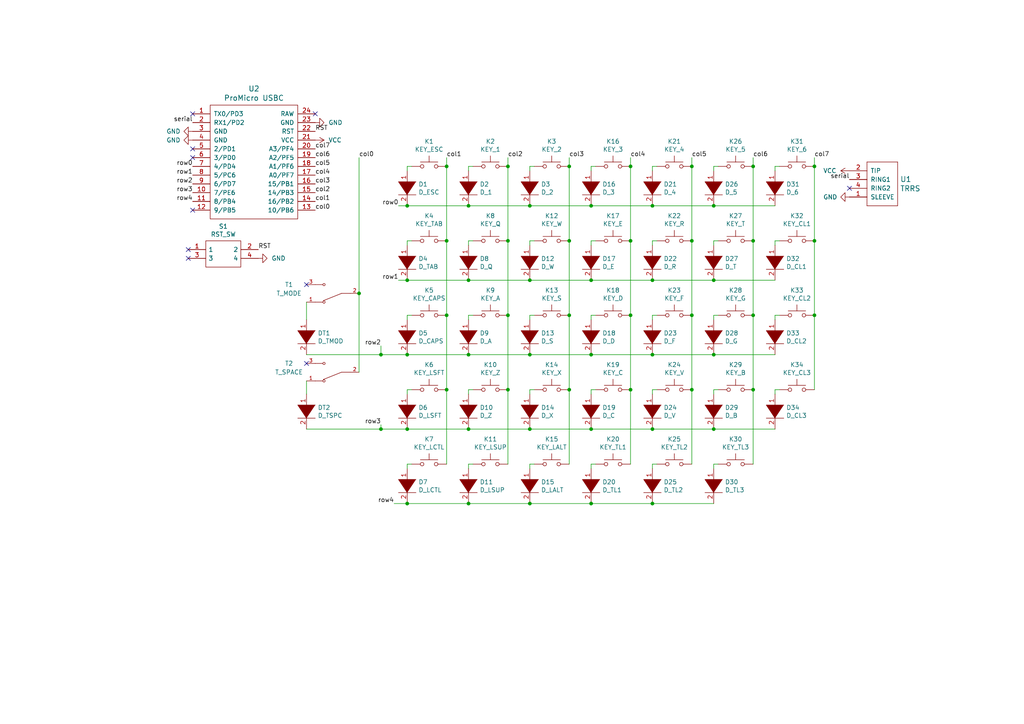
<source format=kicad_sch>
(kicad_sch (version 20211123) (generator eeschema)
  (paper "A4")
  (lib_symbols
    (symbol "Switch:SW_Push" (pin_numbers hide) (pin_names (offset 1.016) hide)
      (property "Reference" "SW" (at 1.27 2.54 0))
      (property "Value" "SW_Push" (at 0 -1.524 0))
      (symbol "SW_Push_0_1"
        (circle (center -2.032 0) (radius 0.508))
        (polyline (pts (xy 0 1.27) (xy 0 3.048)))
        (polyline (pts (xy 2.54 1.27) (xy -2.54 1.27)))
        (circle (center 2.032 0) (radius 0.508))
        (pin passive line (at -5.08 0 0) (length 2.54) (name "1") (number "1"))
        (pin passive line (at 5.08 0 180) (length 2.54) (name "2") (number "2"))
      )
    )
    (symbol "keebio:ProMicro_usbc_alibaba" (pin_names (offset 1.016))
      (property "Reference" "U" (at 0 0 0))
      (property "Value" "ProMicro_usbc_alibaba" (at 0 -19.05 0))
      (symbol "ProMicro_usbc_alibaba_0_1"
        (rectangle (start -12.7 -16.51) (end 12.7 16.51))
      )
      (symbol "ProMicro_usbc_alibaba_1_1"
        (pin input line (at -17.78 13.97 0) (length 5.08) (name "TX0/PD3") (number "1"))
        (pin input line (at -17.78 -8.89 0) (length 5.08) (name "7/PE6") (number "10"))
        (pin input line (at -17.78 -11.43 0) (length 5.08) (name "8/PB4") (number "11"))
        (pin input line (at -17.78 -13.97 0) (length 5.08) (name "9/PB5") (number "12"))
        (pin input line (at 17.78 -13.97 180) (length 5.08) (name "10/PB6") (number "13"))
        (pin input line (at 17.78 -11.43 180) (length 5.08) (name "16/PB2") (number "14"))
        (pin input line (at 17.78 -8.89 180) (length 5.08) (name "14/PB3") (number "15"))
        (pin input line (at 17.78 -6.35 180) (length 5.08) (name "15/PB1") (number "16"))
        (pin input line (at 17.78 -3.81 180) (length 5.08) (name "A0/PF7") (number "17"))
        (pin input line (at 17.78 -1.27 180) (length 5.08) (name "A1/PF6") (number "18"))
        (pin input line (at 17.78 1.27 180) (length 5.08) (name "A2/PF5") (number "19"))
        (pin input line (at -17.78 11.43 0) (length 5.08) (name "RX1/PD2") (number "2"))
        (pin input line (at 17.78 3.81 180) (length 5.08) (name "A3/PF4") (number "20"))
        (pin input line (at 17.78 6.35 180) (length 5.08) (name "VCC") (number "21"))
        (pin input line (at 17.78 8.89 180) (length 5.08) (name "RST") (number "22"))
        (pin input line (at 17.78 11.43 180) (length 5.08) (name "GND") (number "23"))
        (pin input line (at 17.78 13.97 180) (length 5.08) (name "RAW") (number "24"))
        (pin input line (at -17.78 8.89 0) (length 5.08) (name "GND") (number "3"))
        (pin input line (at -17.78 6.35 0) (length 5.08) (name "GND") (number "4"))
        (pin input line (at -17.78 3.81 0) (length 5.08) (name "2/PD1") (number "5"))
        (pin input line (at -17.78 1.27 0) (length 5.08) (name "3/PD0") (number "6"))
        (pin input line (at -17.78 -1.27 0) (length 5.08) (name "4/PD4") (number "7"))
        (pin input line (at -17.78 -3.81 0) (length 5.08) (name "5/PC6") (number "8"))
        (pin input line (at -17.78 -6.35 0) (length 5.08) (name "6/PD7") (number "9"))
      )
    )
    (symbol "keebio:TRRS" (pin_names (offset 1.016))
      (property "Reference" "U" (at 0 15.24 0))
      (property "Value" "TRRS" (at 0 -2.54 0))
      (symbol "TRRS_0_1"
        (rectangle (start -3.81 0) (end -3.81 12.7))
        (rectangle (start -3.81 12.7) (end 5.08 12.7))
        (rectangle (start 5.08 0) (end -3.81 0))
        (rectangle (start 5.08 12.7) (end 5.08 0))
      )
      (symbol "TRRS_1_1"
        (pin input line (at -8.89 2.54 0) (length 5.08) (name "SLEEVE") (number "1"))
        (pin input line (at -8.89 10.16 0) (length 5.08) (name "TIP") (number "2"))
        (pin input line (at -8.89 7.62 0) (length 5.08) (name "RING1") (number "3"))
        (pin input line (at -8.89 5.08 0) (length 5.08) (name "RING2") (number "4"))
      )
    )
    (symbol "mouser:LL3301NF065QG" (pin_names (offset 0.762))
      (property "Reference" "S" (at 16.51 7.62 0))
      (property "Value" "LL3301NF065QG" (at 16.51 5.08 0))
      (symbol "LL3301NF065QG_0_0"
        (pin unspecified line (at 0 0 0) (length 5.08) (name "1") (number "1"))
        (pin unspecified line (at 20.32 0 180) (length 5.08) (name "2") (number "2"))
        (pin unspecified line (at 0 -2.54 0) (length 5.08) (name "3") (number "3"))
        (pin unspecified line (at 20.32 -2.54 180) (length 5.08) (name "4") (number "4"))
      )
      (symbol "LL3301NF065QG_0_1"
        (polyline (pts (xy 5.08 2.54) (xy 15.24 2.54) (xy 15.24 -5.08) (xy 5.08 -5.08) (xy 5.08 2.54)) (stroke (width 0.1524)))
      )
    )
    (symbol "power:GND" (power) (pin_names (offset 0))
      (property "Value" "GND" (at 0 -3.81 0))
      (symbol "GND_0_1"
        (polyline (pts (xy 0 0) (xy 0 -1.27) (xy 1.27 -1.27) (xy 0 -2.54) (xy -1.27 -1.27) (xy 0 -1.27)))
      )
      (symbol "GND_1_1"
        (pin power_in line (at 0 0 270) (length 0) hide (name "GND") (number "1"))
      )
    )
    (symbol "power:VCC" (power) (pin_names (offset 0))
      (property "Value" "VCC" (at 0 3.81 0))
      (symbol "VCC_0_1"
        (polyline (pts (xy -0.762 1.27) (xy 0 2.54)))
        (polyline (pts (xy 0 0) (xy 0 2.54)))
        (polyline (pts (xy 0 2.54) (xy 0.762 1.27)))
      )
      (symbol "VCC_1_1"
        (pin power_in line (at 0 0 90) (length 0) hide (name "VCC") (number "1"))
      )
    )
    (symbol "pspice:DIODE" (pin_names (offset 1.016) hide)
      (property "Reference" "D" (at 0 3.81 0))
      (property "Value" "DIODE" (at 0 -4.445 0))
      (symbol "DIODE_0_1"
        (polyline (pts (xy 1.905 2.54) (xy 1.905 -2.54)))
        (polyline (pts (xy -1.905 2.54) (xy -1.905 -2.54) (xy 1.905 0)) (fill (type outline)))
      )
      (symbol "DIODE_1_1"
        (pin input line (at -5.08 0 0) (length 3.81) (name "K") (number "1"))
        (pin input line (at 5.08 0 180) (length 3.81) (name "A") (number "2"))
      )
    )
    (symbol "toggle:100SP1T2B4M6QE" (pin_names (offset 1.016))
      (property "Reference" "S" (at -5.08 6.35 0))
      (property "Value" "100SP1T2B4M6QE" (at -5.08 -6.096 0))
      (symbol "100SP1T2B4M6QE_0_0"
        (polyline (pts (xy -2.54 0) (xy -5.08 0)) (stroke (width 0.1524)))
        (polyline (pts (xy -2.54 0) (xy 2.794 2.1336)) (stroke (width 0.1524)))
        (polyline (pts (xy 5.08 -2.54) (xy 2.921 -2.54)) (stroke (width 0.1524)))
        (polyline (pts (xy 5.08 2.54) (xy 2.921 2.54)) (stroke (width 0.1524)))
        (circle (center 2.54 -2.54) (radius 0.3302) (stroke (width 0.1524)))
        (circle (center 2.54 2.54) (radius 0.3302) (stroke (width 0.1524)))
        (pin passive line (at 7.62 2.54 180) (length 2.54) (name "~") (number "1"))
        (pin passive line (at -7.62 0 0) (length 2.54) (name "~") (number "2"))
        (pin passive line (at 7.62 -2.54 180) (length 2.54) (name "~") (number "3"))
      )
    )
  )
  (junction (at 182.88 48.26))
  (junction (at 207.01 124.46))
  (junction (at 189.23 81.28))
  (junction (at 129.54 69.85))
  (junction (at 147.32 48.26))
  (junction (at 182.88 113.03))
  (junction (at 200.66 113.03))
  (junction (at 218.44 69.85))
  (junction (at 236.22 91.44))
  (junction (at 118.11 102.87))
  (junction (at 236.22 69.85))
  (junction (at 153.67 146.05))
  (junction (at 171.45 59.69))
  (junction (at 129.54 113.03))
  (junction (at 200.66 69.85))
  (junction (at 207.01 81.28))
  (junction (at 171.45 124.46))
  (junction (at 147.32 91.44))
  (junction (at 153.67 81.28))
  (junction (at 182.88 69.85))
  (junction (at 165.1 91.44))
  (junction (at 200.66 48.26))
  (junction (at 135.89 146.05))
  (junction (at 135.89 124.46))
  (junction (at 110.49 102.87))
  (junction (at 135.89 81.28))
  (junction (at 189.23 146.05))
  (junction (at 147.32 69.85))
  (junction (at 207.01 102.87))
  (junction (at 153.67 124.46))
  (junction (at 147.32 113.03))
  (junction (at 165.1 48.26))
  (junction (at 118.11 124.46))
  (junction (at 165.1 69.85))
  (junction (at 189.23 59.69))
  (junction (at 118.11 59.69))
  (junction (at 104.14 85.09))
  (junction (at 189.23 124.46))
  (junction (at 135.89 59.69))
  (junction (at 171.45 146.05))
  (junction (at 200.66 91.44))
  (junction (at 182.88 91.44))
  (junction (at 218.44 48.26))
  (junction (at 129.54 48.26))
  (junction (at 129.54 91.44))
  (junction (at 135.89 102.87))
  (junction (at 153.67 102.87))
  (junction (at 218.44 91.44))
  (junction (at 171.45 81.28))
  (junction (at 110.49 124.46))
  (junction (at 153.67 59.69))
  (junction (at 236.22 48.26))
  (junction (at 118.11 146.05))
  (junction (at 189.23 102.87))
  (junction (at 165.1 113.03))
  (junction (at 207.01 59.69))
  (junction (at 118.11 81.28))
  (junction (at 218.44 113.03))
  (junction (at 171.45 102.87))
  (no_connect (at 55.88 60.96))
  (no_connect (at 55.88 45.72))
  (no_connect (at 55.88 43.18))
  (no_connect (at 54.61 72.39))
  (no_connect (at 246.38 54.61))
  (no_connect (at 88.9 82.55))
  (no_connect (at 54.61 74.93))
  (no_connect (at 91.44 33.02))
  (no_connect (at 55.88 33.02))
  (no_connect (at 88.9 105.41))
  (wire (pts (xy 207.01 69.85) (xy 207.01 71.12)))
  (wire (pts (xy 208.28 91.44) (xy 207.01 91.44)))
  (wire (pts (xy 118.11 59.69) (xy 115.57 59.69)))
  (wire (pts (xy 154.94 91.44) (xy 153.67 91.44)))
  (wire (pts (xy 182.88 113.03) (xy 182.88 134.62)))
  (wire (pts (xy 110.49 102.87) (xy 118.11 102.87)))
  (wire (pts (xy 182.88 91.44) (xy 182.88 113.03)))
  (wire (pts (xy 153.67 91.44) (xy 153.67 92.71)))
  (wire (pts (xy 129.54 69.85) (xy 129.54 91.44)))
  (wire (pts (xy 137.16 134.62) (xy 135.89 134.62)))
  (wire (pts (xy 88.9 124.46) (xy 110.49 124.46)))
  (wire (pts (xy 137.16 91.44) (xy 135.89 91.44)))
  (wire (pts (xy 129.54 113.03) (xy 129.54 134.62)))
  (wire (pts (xy 147.32 48.26) (xy 147.32 45.72)))
  (wire (pts (xy 118.11 81.28) (xy 115.57 81.28)))
  (wire (pts (xy 236.22 48.26) (xy 236.22 45.72)))
  (wire (pts (xy 226.06 91.44) (xy 224.79 91.44)))
  (wire (pts (xy 135.89 113.03) (xy 135.89 114.3)))
  (wire (pts (xy 189.23 91.44) (xy 189.23 92.71)))
  (wire (pts (xy 208.28 113.03) (xy 207.01 113.03)))
  (wire (pts (xy 154.94 69.85) (xy 153.67 69.85)))
  (wire (pts (xy 171.45 81.28) (xy 189.23 81.28)))
  (wire (pts (xy 153.67 146.05) (xy 171.45 146.05)))
  (wire (pts (xy 135.89 134.62) (xy 135.89 135.89)))
  (wire (pts (xy 200.66 48.26) (xy 200.66 69.85)))
  (wire (pts (xy 171.45 69.85) (xy 171.45 71.12)))
  (wire (pts (xy 200.66 69.85) (xy 200.66 91.44)))
  (wire (pts (xy 218.44 91.44) (xy 218.44 113.03)))
  (wire (pts (xy 137.16 48.26) (xy 135.89 48.26)))
  (wire (pts (xy 110.49 124.46) (xy 118.11 124.46)))
  (wire (pts (xy 182.88 48.26) (xy 182.88 45.72)))
  (wire (pts (xy 189.23 69.85) (xy 189.23 71.12)))
  (wire (pts (xy 135.89 91.44) (xy 135.89 92.71)))
  (wire (pts (xy 137.16 113.03) (xy 135.89 113.03)))
  (wire (pts (xy 207.01 146.05) (xy 189.23 146.05)))
  (wire (pts (xy 153.67 59.69) (xy 135.89 59.69)))
  (wire (pts (xy 118.11 134.62) (xy 118.11 135.89)))
  (wire (pts (xy 189.23 113.03) (xy 189.23 114.3)))
  (wire (pts (xy 207.01 91.44) (xy 207.01 92.71)))
  (wire (pts (xy 114.3 146.05) (xy 118.11 146.05)))
  (wire (pts (xy 200.66 113.03) (xy 200.66 134.62)))
  (wire (pts (xy 153.67 102.87) (xy 135.89 102.87)))
  (wire (pts (xy 207.01 102.87) (xy 189.23 102.87)))
  (wire (pts (xy 172.72 69.85) (xy 171.45 69.85)))
  (wire (pts (xy 110.49 123.19) (xy 110.49 124.46)))
  (wire (pts (xy 207.01 81.28) (xy 189.23 81.28)))
  (wire (pts (xy 224.79 91.44) (xy 224.79 92.71)))
  (wire (pts (xy 135.89 48.26) (xy 135.89 49.53)))
  (wire (pts (xy 218.44 113.03) (xy 218.44 134.62)))
  (wire (pts (xy 153.67 134.62) (xy 153.67 135.89)))
  (wire (pts (xy 165.1 48.26) (xy 165.1 45.72)))
  (wire (pts (xy 153.67 81.28) (xy 135.89 81.28)))
  (wire (pts (xy 129.54 48.26) (xy 129.54 45.72)))
  (wire (pts (xy 236.22 91.44) (xy 236.22 113.03)))
  (wire (pts (xy 226.06 113.03) (xy 224.79 113.03)))
  (wire (pts (xy 207.01 113.03) (xy 207.01 114.3)))
  (wire (pts (xy 190.5 134.62) (xy 189.23 134.62)))
  (wire (pts (xy 154.94 134.62) (xy 153.67 134.62)))
  (wire (pts (xy 110.49 100.33) (xy 110.49 102.87)))
  (wire (pts (xy 135.89 69.85) (xy 135.89 71.12)))
  (wire (pts (xy 207.01 124.46) (xy 189.23 124.46)))
  (wire (pts (xy 88.9 87.63) (xy 88.9 92.71)))
  (wire (pts (xy 165.1 69.85) (xy 165.1 91.44)))
  (wire (pts (xy 137.16 69.85) (xy 135.89 69.85)))
  (wire (pts (xy 172.72 134.62) (xy 171.45 134.62)))
  (wire (pts (xy 129.54 91.44) (xy 129.54 113.03)))
  (wire (pts (xy 118.11 48.26) (xy 118.11 49.53)))
  (wire (pts (xy 208.28 134.62) (xy 207.01 134.62)))
  (wire (pts (xy 171.45 113.03) (xy 171.45 114.3)))
  (wire (pts (xy 118.11 81.28) (xy 135.89 81.28)))
  (wire (pts (xy 189.23 48.26) (xy 189.23 49.53)))
  (wire (pts (xy 224.79 48.26) (xy 224.79 49.53)))
  (wire (pts (xy 207.01 102.87) (xy 224.79 102.87)))
  (wire (pts (xy 154.94 113.03) (xy 153.67 113.03)))
  (wire (pts (xy 172.72 91.44) (xy 171.45 91.44)))
  (wire (pts (xy 224.79 69.85) (xy 224.79 71.12)))
  (wire (pts (xy 226.06 48.26) (xy 224.79 48.26)))
  (wire (pts (xy 165.1 91.44) (xy 165.1 113.03)))
  (wire (pts (xy 171.45 146.05) (xy 189.23 146.05)))
  (wire (pts (xy 236.22 69.85) (xy 236.22 91.44)))
  (wire (pts (xy 88.9 110.49) (xy 88.9 114.3)))
  (wire (pts (xy 218.44 69.85) (xy 218.44 91.44)))
  (wire (pts (xy 153.67 113.03) (xy 153.67 114.3)))
  (wire (pts (xy 153.67 69.85) (xy 153.67 71.12)))
  (wire (pts (xy 207.01 124.46) (xy 224.79 124.46)))
  (wire (pts (xy 200.66 48.26) (xy 200.66 45.72)))
  (wire (pts (xy 171.45 134.62) (xy 171.45 135.89)))
  (wire (pts (xy 153.67 146.05) (xy 135.89 146.05)))
  (wire (pts (xy 147.32 113.03) (xy 147.32 134.62)))
  (wire (pts (xy 182.88 48.26) (xy 182.88 69.85)))
  (wire (pts (xy 119.38 134.62) (xy 118.11 134.62)))
  (wire (pts (xy 236.22 48.26) (xy 236.22 69.85)))
  (wire (pts (xy 190.5 113.03) (xy 189.23 113.03)))
  (wire (pts (xy 118.11 124.46) (xy 135.89 124.46)))
  (wire (pts (xy 119.38 91.44) (xy 118.11 91.44)))
  (wire (pts (xy 153.67 48.26) (xy 153.67 49.53)))
  (wire (pts (xy 172.72 48.26) (xy 171.45 48.26)))
  (wire (pts (xy 165.1 48.26) (xy 165.1 69.85)))
  (wire (pts (xy 165.1 113.03) (xy 165.1 134.62)))
  (wire (pts (xy 154.94 48.26) (xy 153.67 48.26)))
  (wire (pts (xy 171.45 102.87) (xy 189.23 102.87)))
  (wire (pts (xy 182.88 69.85) (xy 182.88 91.44)))
  (wire (pts (xy 224.79 113.03) (xy 224.79 114.3)))
  (wire (pts (xy 129.54 48.26) (xy 129.54 69.85)))
  (wire (pts (xy 218.44 48.26) (xy 218.44 69.85)))
  (wire (pts (xy 147.32 91.44) (xy 147.32 113.03)))
  (wire (pts (xy 153.67 59.69) (xy 171.45 59.69)))
  (wire (pts (xy 218.44 48.26) (xy 218.44 45.72)))
  (wire (pts (xy 147.32 48.26) (xy 147.32 69.85)))
  (wire (pts (xy 200.66 91.44) (xy 200.66 113.03)))
  (wire (pts (xy 118.11 102.87) (xy 135.89 102.87)))
  (wire (pts (xy 207.01 134.62) (xy 207.01 135.89)))
  (wire (pts (xy 172.72 113.03) (xy 171.45 113.03)))
  (wire (pts (xy 208.28 69.85) (xy 207.01 69.85)))
  (wire (pts (xy 171.45 124.46) (xy 189.23 124.46)))
  (wire (pts (xy 119.38 48.26) (xy 118.11 48.26)))
  (wire (pts (xy 119.38 113.03) (xy 118.11 113.03)))
  (wire (pts (xy 104.14 45.72) (xy 104.14 85.09)))
  (wire (pts (xy 207.01 59.69) (xy 224.79 59.69)))
  (wire (pts (xy 153.67 124.46) (xy 171.45 124.46)))
  (wire (pts (xy 207.01 48.26) (xy 207.01 49.53)))
  (wire (pts (xy 226.06 69.85) (xy 224.79 69.85)))
  (wire (pts (xy 119.38 69.85) (xy 118.11 69.85)))
  (wire (pts (xy 153.67 102.87) (xy 171.45 102.87)))
  (wire (pts (xy 88.9 102.87) (xy 110.49 102.87)))
  (wire (pts (xy 118.11 113.03) (xy 118.11 114.3)))
  (wire (pts (xy 171.45 59.69) (xy 189.23 59.69)))
  (wire (pts (xy 118.11 69.85) (xy 118.11 71.12)))
  (wire (pts (xy 207.01 81.28) (xy 224.79 81.28)))
  (wire (pts (xy 208.28 48.26) (xy 207.01 48.26)))
  (wire (pts (xy 207.01 59.69) (xy 189.23 59.69)))
  (wire (pts (xy 118.11 59.69) (xy 135.89 59.69)))
  (wire (pts (xy 118.11 91.44) (xy 118.11 92.71)))
  (wire (pts (xy 153.67 124.46) (xy 135.89 124.46)))
  (wire (pts (xy 153.67 81.28) (xy 171.45 81.28)))
  (wire (pts (xy 189.23 134.62) (xy 189.23 135.89)))
  (wire (pts (xy 147.32 69.85) (xy 147.32 91.44)))
  (wire (pts (xy 171.45 91.44) (xy 171.45 92.71)))
  (wire (pts (xy 104.14 85.09) (xy 104.14 107.95)))
  (wire (pts (xy 118.11 146.05) (xy 135.89 146.05)))
  (wire (pts (xy 190.5 48.26) (xy 189.23 48.26)))
  (wire (pts (xy 190.5 69.85) (xy 189.23 69.85)))
  (wire (pts (xy 190.5 91.44) (xy 189.23 91.44)))
  (wire (pts (xy 171.45 48.26) (xy 171.45 49.53)))
  (label "row0" (at 115.57 59.69 180))
  (label "row1" (at 55.88 50.8 180))
  (label "col6" (at 218.44 45.72 0))
  (label "col4" (at 182.88 45.72 0))
  (label "col0" (at 91.44 60.96 0))
  (label "col5" (at 91.44 48.26 0))
  (label "col3" (at 165.1 45.72 0))
  (label "RST" (at 74.93 72.39 0))
  (label "col3" (at 91.44 53.34 0))
  (label "row2" (at 110.49 100.33 180))
  (label "row2" (at 55.88 53.34 180))
  (label "row4" (at 55.88 58.42 180))
  (label "col1" (at 129.54 45.72 0))
  (label "row3" (at 55.88 55.88 180))
  (label "serial" (at 55.88 35.56 180))
  (label "row0" (at 55.88 48.26 180))
  (label "col2" (at 91.44 55.88 0))
  (label "col6" (at 91.44 45.72 0))
  (label "row1" (at 115.57 81.28 180))
  (label "col1" (at 91.44 58.42 0))
  (label "col5" (at 200.66 45.72 0))
  (label "col7" (at 91.44 43.18 0))
  (label "RST" (at 91.44 38.1 0))
  (label "col0" (at 104.14 45.72 0))
  (label "serial" (at 246.38 52.07 180))
  (label "col7" (at 236.22 45.72 0))
  (label "col2" (at 147.32 45.72 0))
  (label "col4" (at 91.44 50.8 0))
  (label "row3" (at 110.49 123.19 180))
  (label "row4" (at 114.3 146.05 180))
  (symbol (lib_id "Switch:SW_Push") (at 124.46 48.26 0) (unit 1)
    (property "Reference" "K1" (at 124.46 41.021 0))
    (property "Value" "KEY_ESC" (at 124.46 43.3324 0))
    (property "Footprint" "keebs:Mx_Alps_100" (effects hide))
  )
  (symbol (lib_id "pspice:DIODE") (at 118.11 54.61 270) (unit 1)
    (property "Reference" "D1" (at 121.3612 53.4416 90) (effects (justify left)))
    (property "Value" "D_ESC" (at 121.3612 55.753 90) (effects (justify left)))
    (property "Footprint" "keyboard_parts:D_SOD123_axial" (effects hide))
  )
  (symbol (lib_id "Switch:SW_Push") (at 142.24 48.26 0) (unit 1)
    (property "Reference" "K2" (at 142.24 41.021 0))
    (property "Value" "KEY_1" (at 142.24 43.3324 0))
    (property "Footprint" "keebs:Mx_Alps_100" (effects hide))
  )
  (symbol (lib_id "pspice:DIODE") (at 135.89 54.61 270) (unit 1)
    (property "Reference" "D2" (at 139.1412 53.4416 90) (effects (justify left)))
    (property "Value" "D_1" (at 139.1412 55.753 90) (effects (justify left)))
    (property "Footprint" "keyboard_parts:D_SOD123_axial" (effects hide))
  )
  (symbol (lib_id "Switch:SW_Push") (at 160.02 48.26 0) (unit 1)
    (property "Reference" "K3" (at 160.02 41.021 0))
    (property "Value" "KEY_2" (at 160.02 43.3324 0))
    (property "Footprint" "keebs:Mx_Alps_100" (effects hide))
  )
  (symbol (lib_id "pspice:DIODE") (at 153.67 54.61 270) (unit 1)
    (property "Reference" "D3" (at 156.9212 53.4416 90) (effects (justify left)))
    (property "Value" "D_2" (at 156.9212 55.753 90) (effects (justify left)))
    (property "Footprint" "keyboard_parts:D_SOD123_axial" (effects hide))
  )
  (symbol (lib_id "Switch:SW_Push") (at 124.46 69.85 0) (unit 1)
    (property "Reference" "K4" (at 124.46 62.611 0))
    (property "Value" "KEY_TAB" (at 124.46 64.9224 0))
    (property "Footprint" "keebs:Mx_Alps_150" (effects hide))
  )
  (symbol (lib_id "pspice:DIODE") (at 118.11 76.2 270) (unit 1)
    (property "Reference" "D4" (at 121.3612 75.0316 90) (effects (justify left)))
    (property "Value" "D_TAB" (at 121.3612 77.343 90) (effects (justify left)))
    (property "Footprint" "keyboard_parts:D_SOD123_axial" (effects hide))
  )
  (symbol (lib_id "Switch:SW_Push") (at 142.24 69.85 0) (unit 1)
    (property "Reference" "K8" (at 142.24 62.611 0))
    (property "Value" "KEY_Q" (at 142.24 64.9224 0))
    (property "Footprint" "keebs:Mx_Alps_100" (effects hide))
  )
  (symbol (lib_id "pspice:DIODE") (at 135.89 76.2 270) (unit 1)
    (property "Reference" "D8" (at 139.1412 75.0316 90) (effects (justify left)))
    (property "Value" "D_Q" (at 139.1412 77.343 90) (effects (justify left)))
    (property "Footprint" "keyboard_parts:D_SOD123_axial" (effects hide))
  )
  (symbol (lib_id "Switch:SW_Push") (at 160.02 69.85 0) (unit 1)
    (property "Reference" "K12" (at 160.02 62.611 0))
    (property "Value" "KEY_W" (at 160.02 64.9224 0))
    (property "Footprint" "keebs:Mx_Alps_100" (effects hide))
  )
  (symbol (lib_id "pspice:DIODE") (at 153.67 76.2 270) (unit 1)
    (property "Reference" "D12" (at 156.9212 75.0316 90) (effects (justify left)))
    (property "Value" "D_W" (at 156.9212 77.343 90) (effects (justify left)))
    (property "Footprint" "keyboard_parts:D_SOD123_axial" (effects hide))
  )
  (symbol (lib_id "Switch:SW_Push") (at 177.8 48.26 0) (unit 1)
    (property "Reference" "K16" (at 177.8 41.021 0))
    (property "Value" "KEY_3" (at 177.8 43.3324 0))
    (property "Footprint" "keebs:Mx_Alps_100" (effects hide))
  )
  (symbol (lib_id "pspice:DIODE") (at 171.45 54.61 270) (unit 1)
    (property "Reference" "D16" (at 174.7012 53.4416 90) (effects (justify left)))
    (property "Value" "D_3" (at 174.7012 55.753 90) (effects (justify left)))
    (property "Footprint" "keyboard_parts:D_SOD123_axial" (effects hide))
  )
  (symbol (lib_id "Switch:SW_Push") (at 195.58 48.26 0) (unit 1)
    (property "Reference" "K21" (at 195.58 41.021 0))
    (property "Value" "KEY_4" (at 195.58 43.3324 0))
    (property "Footprint" "keebs:Mx_Alps_100" (effects hide))
  )
  (symbol (lib_id "pspice:DIODE") (at 189.23 54.61 270) (unit 1)
    (property "Reference" "D21" (at 192.4812 53.4416 90) (effects (justify left)))
    (property "Value" "D_4" (at 192.4812 55.753 90) (effects (justify left)))
    (property "Footprint" "keyboard_parts:D_SOD123_axial" (effects hide))
  )
  (symbol (lib_id "Switch:SW_Push") (at 213.36 48.26 0) (unit 1)
    (property "Reference" "K26" (at 213.36 41.021 0))
    (property "Value" "KEY_5" (at 213.36 43.3324 0))
    (property "Footprint" "keebs:Mx_Alps_100" (effects hide))
  )
  (symbol (lib_id "pspice:DIODE") (at 207.01 54.61 270) (unit 1)
    (property "Reference" "D26" (at 210.2612 53.4416 90) (effects (justify left)))
    (property "Value" "D_5" (at 210.2612 55.753 90) (effects (justify left)))
    (property "Footprint" "keyboard_parts:D_SOD123_axial" (effects hide))
  )
  (symbol (lib_id "Switch:SW_Push") (at 177.8 69.85 0) (unit 1)
    (property "Reference" "K17" (at 177.8 62.611 0))
    (property "Value" "KEY_E" (at 177.8 64.9224 0))
    (property "Footprint" "keebs:Mx_Alps_100" (effects hide))
  )
  (symbol (lib_id "pspice:DIODE") (at 171.45 76.2 270) (unit 1)
    (property "Reference" "D17" (at 174.7012 75.0316 90) (effects (justify left)))
    (property "Value" "D_E" (at 174.7012 77.343 90) (effects (justify left)))
    (property "Footprint" "keyboard_parts:D_SOD123_axial" (effects hide))
  )
  (symbol (lib_id "Switch:SW_Push") (at 195.58 69.85 0) (unit 1)
    (property "Reference" "K22" (at 195.58 62.611 0))
    (property "Value" "KEY_R" (at 195.58 64.9224 0))
    (property "Footprint" "keebs:Mx_Alps_100" (effects hide))
  )
  (symbol (lib_id "pspice:DIODE") (at 189.23 76.2 270) (unit 1)
    (property "Reference" "D22" (at 192.4812 75.0316 90) (effects (justify left)))
    (property "Value" "D_R" (at 192.4812 77.343 90) (effects (justify left)))
    (property "Footprint" "keyboard_parts:D_SOD123_axial" (effects hide))
  )
  (symbol (lib_id "Switch:SW_Push") (at 213.36 69.85 0) (unit 1)
    (property "Reference" "K27" (at 213.36 62.611 0))
    (property "Value" "KEY_T" (at 213.36 64.9224 0))
    (property "Footprint" "keebs:Mx_Alps_100" (effects hide))
  )
  (symbol (lib_id "pspice:DIODE") (at 207.01 76.2 270) (unit 1)
    (property "Reference" "D27" (at 210.2612 75.0316 90) (effects (justify left)))
    (property "Value" "D_T" (at 210.2612 77.343 90) (effects (justify left)))
    (property "Footprint" "keyboard_parts:D_SOD123_axial" (effects hide))
  )
  (symbol (lib_id "Switch:SW_Push") (at 231.14 48.26 0) (unit 1)
    (property "Reference" "K31" (at 231.14 41.021 0))
    (property "Value" "KEY_6" (at 231.14 43.3324 0))
    (property "Footprint" "keebs:Mx_Alps_100" (effects hide))
  )
  (symbol (lib_id "pspice:DIODE") (at 224.79 54.61 270) (unit 1)
    (property "Reference" "D31" (at 228.0412 53.4416 90) (effects (justify left)))
    (property "Value" "D_6" (at 228.0412 55.753 90) (effects (justify left)))
    (property "Footprint" "keyboard_parts:D_SOD123_axial" (effects hide))
  )
  (symbol (lib_id "Switch:SW_Push") (at 231.14 69.85 0) (unit 1)
    (property "Reference" "K32" (at 231.14 62.611 0))
    (property "Value" "KEY_CL1" (at 231.14 64.9224 0))
    (property "Footprint" "keebs:Mx_Alps_100" (effects hide))
  )
  (symbol (lib_id "pspice:DIODE") (at 224.79 76.2 270) (unit 1)
    (property "Reference" "D32" (at 228.0412 75.0316 90) (effects (justify left)))
    (property "Value" "D_CL1" (at 228.0412 77.343 90) (effects (justify left)))
    (property "Footprint" "keyboard_parts:D_SOD123_axial" (effects hide))
  )
  (symbol (lib_id "Switch:SW_Push") (at 124.46 91.44 0) (unit 1)
    (property "Reference" "K5" (at 124.46 84.201 0))
    (property "Value" "KEY_CAPS" (at 124.46 86.5124 0))
    (property "Footprint" "keebs:Mx_Alps_175" (effects hide))
  )
  (symbol (lib_id "pspice:DIODE") (at 118.11 97.79 270) (unit 1)
    (property "Reference" "D5" (at 121.3612 96.6216 90) (effects (justify left)))
    (property "Value" "D_CAPS" (at 121.3612 98.933 90) (effects (justify left)))
    (property "Footprint" "keyboard_parts:D_SOD123_axial" (effects hide))
  )
  (symbol (lib_id "Switch:SW_Push") (at 142.24 91.44 0) (unit 1)
    (property "Reference" "K9" (at 142.24 84.201 0))
    (property "Value" "KEY_A" (at 142.24 86.5124 0))
    (property "Footprint" "keebs:Mx_Alps_100" (effects hide))
  )
  (symbol (lib_id "pspice:DIODE") (at 135.89 97.79 270) (unit 1)
    (property "Reference" "D9" (at 139.1412 96.6216 90) (effects (justify left)))
    (property "Value" "D_A" (at 139.1412 98.933 90) (effects (justify left)))
    (property "Footprint" "keyboard_parts:D_SOD123_axial" (effects hide))
  )
  (symbol (lib_id "Switch:SW_Push") (at 160.02 91.44 0) (unit 1)
    (property "Reference" "K13" (at 160.02 84.201 0))
    (property "Value" "KEY_S" (at 160.02 86.5124 0))
    (property "Footprint" "keebs:Mx_Alps_100" (effects hide))
  )
  (symbol (lib_id "pspice:DIODE") (at 153.67 97.79 270) (unit 1)
    (property "Reference" "D13" (at 156.9212 96.6216 90) (effects (justify left)))
    (property "Value" "D_S" (at 156.9212 98.933 90) (effects (justify left)))
    (property "Footprint" "keyboard_parts:D_SOD123_axial" (effects hide))
  )
  (symbol (lib_id "Switch:SW_Push") (at 177.8 91.44 0) (unit 1)
    (property "Reference" "K18" (at 177.8 84.201 0))
    (property "Value" "KEY_D" (at 177.8 86.5124 0))
    (property "Footprint" "keebs:Mx_Alps_100" (effects hide))
  )
  (symbol (lib_id "pspice:DIODE") (at 171.45 97.79 270) (unit 1)
    (property "Reference" "D18" (at 174.7012 96.6216 90) (effects (justify left)))
    (property "Value" "D_D" (at 174.7012 98.933 90) (effects (justify left)))
    (property "Footprint" "keyboard_parts:D_SOD123_axial" (effects hide))
  )
  (symbol (lib_id "Switch:SW_Push") (at 195.58 91.44 0) (unit 1)
    (property "Reference" "K23" (at 195.58 84.201 0))
    (property "Value" "KEY_F" (at 195.58 86.5124 0))
    (property "Footprint" "keebs:Mx_Alps_100" (effects hide))
  )
  (symbol (lib_id "pspice:DIODE") (at 189.23 97.79 270) (unit 1)
    (property "Reference" "D23" (at 192.4812 96.6216 90) (effects (justify left)))
    (property "Value" "D_F" (at 192.4812 98.933 90) (effects (justify left)))
    (property "Footprint" "keyboard_parts:D_SOD123_axial" (effects hide))
  )
  (symbol (lib_id "Switch:SW_Push") (at 213.36 91.44 0) (unit 1)
    (property "Reference" "K28" (at 213.36 84.201 0))
    (property "Value" "KEY_G" (at 213.36 86.5124 0))
    (property "Footprint" "keebs:Mx_Alps_100" (effects hide))
  )
  (symbol (lib_id "pspice:DIODE") (at 207.01 97.79 270) (unit 1)
    (property "Reference" "D28" (at 210.2612 96.6216 90) (effects (justify left)))
    (property "Value" "D_G" (at 210.2612 98.933 90) (effects (justify left)))
    (property "Footprint" "keyboard_parts:D_SOD123_axial" (effects hide))
  )
  (symbol (lib_id "Switch:SW_Push") (at 231.14 91.44 0) (unit 1)
    (property "Reference" "K33" (at 231.14 84.201 0))
    (property "Value" "KEY_CL2" (at 231.14 86.5124 0))
    (property "Footprint" "keebs:Mx_Alps_100" (effects hide))
  )
  (symbol (lib_id "pspice:DIODE") (at 224.79 97.79 270) (unit 1)
    (property "Reference" "D33" (at 228.0412 96.6216 90) (effects (justify left)))
    (property "Value" "D_CL2" (at 228.0412 98.933 90) (effects (justify left)))
    (property "Footprint" "keyboard_parts:D_SOD123_axial" (effects hide))
  )
  (symbol (lib_id "Switch:SW_Push") (at 124.46 113.03 0) (unit 1)
    (property "Reference" "K6" (at 124.46 105.791 0))
    (property "Value" "KEY_LSFT" (at 124.46 108.1024 0))
    (property "Footprint" "keebs:Mx_Alps_225" (effects hide))
  )
  (symbol (lib_id "pspice:DIODE") (at 118.11 119.38 270) (unit 1)
    (property "Reference" "D6" (at 121.3612 118.2116 90) (effects (justify left)))
    (property "Value" "D_LSFT" (at 121.3612 120.523 90) (effects (justify left)))
    (property "Footprint" "keyboard_parts:D_SOD123_axial" (effects hide))
  )
  (symbol (lib_id "Switch:SW_Push") (at 142.24 113.03 0) (unit 1)
    (property "Reference" "K10" (at 142.24 105.791 0))
    (property "Value" "KEY_Z" (at 142.24 108.1024 0))
    (property "Footprint" "keebs:Mx_Alps_100" (effects hide))
  )
  (symbol (lib_id "pspice:DIODE") (at 135.89 119.38 270) (unit 1)
    (property "Reference" "D10" (at 139.1412 118.2116 90) (effects (justify left)))
    (property "Value" "D_Z" (at 139.1412 120.523 90) (effects (justify left)))
    (property "Footprint" "keyboard_parts:D_SOD123_axial" (effects hide))
  )
  (symbol (lib_id "Switch:SW_Push") (at 160.02 113.03 0) (unit 1)
    (property "Reference" "K14" (at 160.02 105.791 0))
    (property "Value" "KEY_X" (at 160.02 108.1024 0))
    (property "Footprint" "keebs:Mx_Alps_100" (effects hide))
  )
  (symbol (lib_id "pspice:DIODE") (at 153.67 119.38 270) (unit 1)
    (property "Reference" "D14" (at 156.9212 118.2116 90) (effects (justify left)))
    (property "Value" "D_X" (at 156.9212 120.523 90) (effects (justify left)))
    (property "Footprint" "keyboard_parts:D_SOD123_axial" (effects hide))
  )
  (symbol (lib_id "Switch:SW_Push") (at 177.8 113.03 0) (unit 1)
    (property "Reference" "K19" (at 177.8 105.791 0))
    (property "Value" "KEY_C" (at 177.8 108.1024 0))
    (property "Footprint" "keebs:Mx_Alps_100" (effects hide))
  )
  (symbol (lib_id "pspice:DIODE") (at 171.45 119.38 270) (unit 1)
    (property "Reference" "D19" (at 174.7012 118.2116 90) (effects (justify left)))
    (property "Value" "D_C" (at 174.7012 120.523 90) (effects (justify left)))
    (property "Footprint" "keyboard_parts:D_SOD123_axial" (effects hide))
  )
  (symbol (lib_id "Switch:SW_Push") (at 195.58 113.03 0) (unit 1)
    (property "Reference" "K24" (at 195.58 105.791 0))
    (property "Value" "KEY_V" (at 195.58 108.1024 0))
    (property "Footprint" "keebs:Mx_Alps_100" (effects hide))
  )
  (symbol (lib_id "pspice:DIODE") (at 189.23 119.38 270) (unit 1)
    (property "Reference" "D24" (at 192.4812 118.2116 90) (effects (justify left)))
    (property "Value" "D_V" (at 192.4812 120.523 90) (effects (justify left)))
    (property "Footprint" "keyboard_parts:D_SOD123_axial" (effects hide))
  )
  (symbol (lib_id "Switch:SW_Push") (at 213.36 113.03 0) (unit 1)
    (property "Reference" "K29" (at 213.36 105.791 0))
    (property "Value" "KEY_B" (at 213.36 108.1024 0))
    (property "Footprint" "keebs:Mx_Alps_100" (effects hide))
  )
  (symbol (lib_id "pspice:DIODE") (at 207.01 119.38 270) (unit 1)
    (property "Reference" "D29" (at 210.2612 118.2116 90) (effects (justify left)))
    (property "Value" "D_B" (at 210.2612 120.523 90) (effects (justify left)))
    (property "Footprint" "keyboard_parts:D_SOD123_axial" (effects hide))
  )
  (symbol (lib_id "Switch:SW_Push") (at 231.14 113.03 0) (unit 1)
    (property "Reference" "K34" (at 231.14 105.791 0))
    (property "Value" "KEY_CL3" (at 231.14 108.1024 0))
    (property "Footprint" "keebs:Mx_Alps_100" (effects hide))
  )
  (symbol (lib_id "pspice:DIODE") (at 224.79 119.38 270) (unit 1)
    (property "Reference" "D34" (at 228.0412 118.2116 90) (effects (justify left)))
    (property "Value" "D_CL3" (at 228.0412 120.523 90) (effects (justify left)))
    (property "Footprint" "keyboard_parts:D_SOD123_axial" (effects hide))
  )
  (symbol (lib_id "Switch:SW_Push") (at 124.46 134.62 0) (unit 1)
    (property "Reference" "K7" (at 124.46 127.381 0))
    (property "Value" "KEY_LCTL" (at 124.46 129.6924 0))
    (property "Footprint" "keebs:Mx_Alps_125" (effects hide))
  )
  (symbol (lib_id "pspice:DIODE") (at 118.11 140.97 270) (unit 1)
    (property "Reference" "D7" (at 121.3612 139.8016 90) (effects (justify left)))
    (property "Value" "D_LCTL" (at 121.3612 142.113 90) (effects (justify left)))
    (property "Footprint" "keyboard_parts:D_SOD123_axial" (effects hide))
  )
  (symbol (lib_id "Switch:SW_Push") (at 142.24 134.62 0) (unit 1)
    (property "Reference" "K11" (at 142.24 127.381 0))
    (property "Value" "KEY_LSUP" (at 142.24 129.6924 0))
    (property "Footprint" "keebs:Mx_Alps_125" (effects hide))
  )
  (symbol (lib_id "pspice:DIODE") (at 135.89 140.97 270) (unit 1)
    (property "Reference" "D11" (at 139.1412 139.8016 90) (effects (justify left)))
    (property "Value" "D_LSUP" (at 139.1412 142.113 90) (effects (justify left)))
    (property "Footprint" "keyboard_parts:D_SOD123_axial" (effects hide))
  )
  (symbol (lib_id "Switch:SW_Push") (at 160.02 134.62 0) (unit 1)
    (property "Reference" "K15" (at 160.02 127.381 0))
    (property "Value" "KEY_LALT" (at 160.02 129.6924 0))
    (property "Footprint" "keebs:Mx_Alps_125" (effects hide))
  )
  (symbol (lib_id "pspice:DIODE") (at 153.67 140.97 270) (unit 1)
    (property "Reference" "D15" (at 156.9212 139.8016 90) (effects (justify left)))
    (property "Value" "D_LALT" (at 156.9212 142.113 90) (effects (justify left)))
    (property "Footprint" "keyboard_parts:D_SOD123_axial" (effects hide))
  )
  (symbol (lib_id "Switch:SW_Push") (at 177.8 134.62 0) (unit 1)
    (property "Reference" "K20" (at 177.8 127.381 0))
    (property "Value" "KEY_TL1" (at 177.8 129.6924 0))
    (property "Footprint" "keebs:Mx_Alps_125" (effects hide))
  )
  (symbol (lib_id "pspice:DIODE") (at 171.45 140.97 270) (unit 1)
    (property "Reference" "D20" (at 174.7012 139.8016 90) (effects (justify left)))
    (property "Value" "D_TL1" (at 174.7012 142.113 90) (effects (justify left)))
    (property "Footprint" "keyboard_parts:D_SOD123_axial" (effects hide))
  )
  (symbol (lib_id "Switch:SW_Push") (at 195.58 134.62 0) (unit 1)
    (property "Reference" "K25" (at 195.58 127.381 0))
    (property "Value" "KEY_TL2" (at 195.58 129.6924 0))
    (property "Footprint" "keebs:Mx_Alps_125" (effects hide))
  )
  (symbol (lib_id "pspice:DIODE") (at 189.23 140.97 270) (unit 1)
    (property "Reference" "D25" (at 192.4812 139.8016 90) (effects (justify left)))
    (property "Value" "D_TL2" (at 192.4812 142.113 90) (effects (justify left)))
    (property "Footprint" "keyboard_parts:D_SOD123_axial" (effects hide))
  )
  (symbol (lib_id "Switch:SW_Push") (at 213.36 134.62 0) (unit 1)
    (property "Reference" "K30" (at 213.36 127.381 0))
    (property "Value" "KEY_TL3" (at 213.36 129.6924 0))
    (property "Footprint" "keebs:Mx_Alps_125" (effects hide))
  )
  (symbol (lib_id "pspice:DIODE") (at 207.01 140.97 270) (unit 1)
    (property "Reference" "D30" (at 210.2612 139.8016 90) (effects (justify left)))
    (property "Value" "D_TL3" (at 210.2612 142.113 90) (effects (justify left)))
    (property "Footprint" "keyboard_parts:D_SOD123_axial" (effects hide))
  )
  (symbol (lib_id "keebio:TRRS") (at 255.27 59.69 0) (unit 1)
    (property "Reference" "U1" (at 261.0612 51.9938 0) (effects (font (size 1.524 1.524)) (justify left)))
    (property "Value" "TRRS" (at 261.0612 54.6862 0) (effects (font (size 1.524 1.524)) (justify left)))
    (property "Footprint" "keebio:TRRS-PJ-320A" (effects hide))
  )
  (symbol (lib_id "keebio:ProMicro_usbc_alibaba") (at 73.66 46.99 0) (unit 1)
    (property "Reference" "U2" (at 73.66 25.7302 0) (effects (font (size 1.524 1.524))))
    (property "Value" "ProMicro USBC" (at 73.66 28.4226 0) (effects (font (size 1.524 1.524))))
    (property "Footprint" "keebio:ArduinoProMicro-USBC-Alibaba" (effects hide))
  )
  (symbol (lib_id "mouser:LL3301NF065QG") (at 54.61 72.39 0) (unit 1)
    (property "Reference" "S1" (at 64.77 65.659 0))
    (property "Value" "RST_SW" (at 64.77 67.9704 0))
    (property "Footprint" "mouser:LL3301NF065QG" (effects hide))
    (property "Datasheet" "http://spec_sheets.e-switch.com/specs/P090002.pdf" (effects hide))
    (property "Description" "E-SWITCH - LL3301NF065QG - TACTILE SW, SPST, 0.05A, 12VDC, SOLDER" (effects hide))
    (property "Height" "4" (effects hide))
    (property "Mouser Part Number" "612-LL3301NF065QG" (effects hide))
    (property "Mouser Price/Stock" "https://www.mouser.co.uk/ProductDetail/E-Switch/LL3301NF065QG?qs=QtyuwXswaQiWhwgY68YTTw%3D%3D" (effects hide))
    (property "Manufacturer_Name" "E-Switch" (effects hide))
    (property "Manufacturer_Part_Number" "LL3301NF065QG" (effects hide))
  )
  (symbol (lib_id "power:VCC") (at 91.44 40.64 270) (unit 1)
    (property "Reference" "#PWR?" (effects hide))
    (property "Value" "VCC" (at 95.25 40.6399 90) (effects (justify left)))
  )
  (symbol (lib_id "power:GND") (at 55.88 38.1 270) (unit 1)
    (property "Reference" "#PWR01" (effects hide))
    (property "Value" "GND" (at 48.26 38.1 90) (effects (justify left)))
  )
  (symbol (lib_id "power:GND") (at 74.93 74.93 90) (unit 1)
    (property "Reference" "#PWR03" (effects hide))
    (property "Value" "GND" (at 78.74 74.9299 90) (effects (justify right)))
  )
  (symbol (lib_id "toggle:100SP1T2B4M6QE") (at 96.52 107.95 180) (unit 1)
    (property "Reference" "T2" (at 83.82 105.41 0))
    (property "Value" "T_SPACE" (at 83.82 107.95 0))
    (property "Footprint" "toggle:SW_100SP1T2B4M6QE" (effects hide))
    (property "MAXIMUM_PACKAGE_HEIGHT" "6.86 mm" (effects hide))
    (property "MANUFACTURER" "E-switch" (effects hide))
    (property "SNAPEDA_PN" "100SP1T2B4M6QE" (effects hide))
    (property "PARTREV" "B" (effects hide))
    (property "STANDARD" "Manufacturer Recommendations" (effects hide))
  )
  (symbol (lib_id "power:GND") (at 246.38 57.15 270) (unit 1)
    (property "Reference" "#PWR05" (effects hide))
    (property "Value" "GND" (at 238.76 57.15 90) (effects (justify left)))
  )
  (symbol (lib_id "power:GND") (at 55.88 40.64 270) (unit 1)
    (property "Reference" "#PWR02" (effects hide))
    (property "Value" "GND" (at 48.26 40.64 90) (effects (justify left)))
  )
  (symbol (lib_id "power:VCC") (at 246.38 49.53 90) (unit 1)
    (property "Reference" "#PWR?" (effects hide))
    (property "Value" "VCC" (at 238.76 49.53 90) (effects (justify right)))
  )
  (symbol (lib_id "pspice:DIODE") (at 88.9 119.38 270) (unit 1)
    (property "Reference" "DT2" (at 92.1512 118.2116 90) (effects (justify left)))
    (property "Value" "D_TSPC" (at 92.1512 120.523 90) (effects (justify left)))
    (property "Footprint" "keyboard_parts:D_SOD123_axial" (effects hide))
  )
  (symbol (lib_id "pspice:DIODE") (at 88.9 97.79 270) (unit 1)
    (property "Reference" "DT1" (at 92.1512 96.6216 90) (effects (justify left)))
    (property "Value" "D_TMOD" (at 92.1512 98.933 90) (effects (justify left)))
    (property "Footprint" "keyboard_parts:D_SOD123_axial" (effects hide))
  )
  (symbol (lib_id "power:GND") (at 91.44 35.56 90) (unit 1)
    (property "Reference" "#PWR04" (effects hide))
    (property "Value" "GND" (at 95.25 35.5599 90) (effects (justify right)))
  )
  (symbol (lib_id "toggle:100SP1T2B4M6QE") (at 96.52 85.09 180) (unit 1)
    (property "Reference" "T1" (at 83.82 82.55 0))
    (property "Value" "T_MODE" (at 83.82 85.09 0))
    (property "Footprint" "toggle:SW_100SP1T2B4M6QE" (effects hide))
    (property "MAXIMUM_PACKAGE_HEIGHT" "6.86 mm" (effects hide))
    (property "MANUFACTURER" "E-switch" (effects hide))
    (property "SNAPEDA_PN" "100SP1T2B4M6QE" (effects hide))
    (property "PARTREV" "B" (effects hide))
    (property "STANDARD" "Manufacturer Recommendations" (effects hide))
  )
)
</source>
